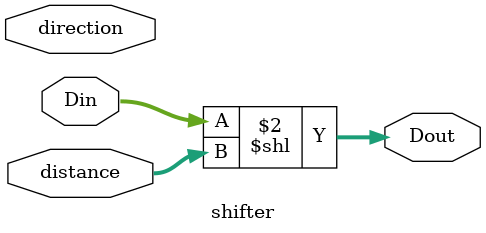
<source format=v>
module shifter(Din, direction, distance, Dout);
    input [31:0] Din;
    input direction; // 0: left; 1: right
    input [1:0] distance;
    output reg [31:0] Dout;

    always @(*) begin
        Dout = Din << distance;
        // if (direction == 0) 
        //     Dout = Din << distance;
        // else 
        //     Dout = Din >> distance;
    end
endmodule

// module shifter_testbench();
//     reg clk;
//     reg [31:0] Din;
//     reg direction;
//     reg [5:0] distance;
//     reg [31:0] Dout;

//     shifter dut(Din, direction, distance, Dout);

//     // Set up the clock
//     parameter CLOCK_PERIOD=100;
// 	initial begin
// 		clk <= 0;
// 		forever #(CLOCK_PERIOD/2) clk <= ~clk;
// 	end

//     initial begin
//         Din <= 31'b1111; direction <= 0; distance <= 5'b00010; @(posedge clk);
//         @(posedge clk);
//         Din <= 31'b1111; direction <= 1; distance <= 5'b00010; @(posedge clk);
//         @(posedge clk);
//     $stop;
//     end
// endmodule
</source>
